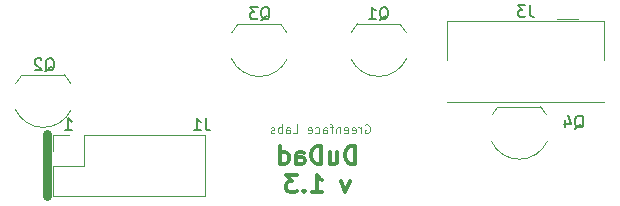
<source format=gbr>
%TF.GenerationSoftware,KiCad,Pcbnew,(6.0.1)*%
%TF.CreationDate,2022-10-21T20:24:01-07:00*%
%TF.ProjectId,DuDad,44754461-642e-46b6-9963-61645f706362,1.3*%
%TF.SameCoordinates,Original*%
%TF.FileFunction,Legend,Bot*%
%TF.FilePolarity,Positive*%
%FSLAX46Y46*%
G04 Gerber Fmt 4.6, Leading zero omitted, Abs format (unit mm)*
G04 Created by KiCad (PCBNEW (6.0.1)) date 2022-10-21 20:24:01*
%MOMM*%
%LPD*%
G01*
G04 APERTURE LIST*
%ADD10C,0.800000*%
%ADD11C,0.120000*%
%ADD12C,0.150000*%
%ADD13C,0.300000*%
G04 APERTURE END LIST*
D10*
X57048400Y-67868800D02*
X57048400Y-73152000D01*
D11*
X83985714Y-67100000D02*
X84057142Y-67064285D01*
X84164285Y-67064285D01*
X84271428Y-67100000D01*
X84342857Y-67171428D01*
X84378571Y-67242857D01*
X84414285Y-67385714D01*
X84414285Y-67492857D01*
X84378571Y-67635714D01*
X84342857Y-67707142D01*
X84271428Y-67778571D01*
X84164285Y-67814285D01*
X84092857Y-67814285D01*
X83985714Y-67778571D01*
X83950000Y-67742857D01*
X83950000Y-67492857D01*
X84092857Y-67492857D01*
X83628571Y-67814285D02*
X83628571Y-67314285D01*
X83628571Y-67457142D02*
X83592857Y-67385714D01*
X83557142Y-67350000D01*
X83485714Y-67314285D01*
X83414285Y-67314285D01*
X82878571Y-67778571D02*
X82950000Y-67814285D01*
X83092857Y-67814285D01*
X83164285Y-67778571D01*
X83200000Y-67707142D01*
X83200000Y-67421428D01*
X83164285Y-67350000D01*
X83092857Y-67314285D01*
X82950000Y-67314285D01*
X82878571Y-67350000D01*
X82842857Y-67421428D01*
X82842857Y-67492857D01*
X83200000Y-67564285D01*
X82235714Y-67778571D02*
X82307142Y-67814285D01*
X82450000Y-67814285D01*
X82521428Y-67778571D01*
X82557142Y-67707142D01*
X82557142Y-67421428D01*
X82521428Y-67350000D01*
X82450000Y-67314285D01*
X82307142Y-67314285D01*
X82235714Y-67350000D01*
X82200000Y-67421428D01*
X82200000Y-67492857D01*
X82557142Y-67564285D01*
X81878571Y-67314285D02*
X81878571Y-67814285D01*
X81878571Y-67385714D02*
X81842857Y-67350000D01*
X81771428Y-67314285D01*
X81664285Y-67314285D01*
X81592857Y-67350000D01*
X81557142Y-67421428D01*
X81557142Y-67814285D01*
X81307142Y-67314285D02*
X81021428Y-67314285D01*
X81200000Y-67814285D02*
X81200000Y-67171428D01*
X81164285Y-67100000D01*
X81092857Y-67064285D01*
X81021428Y-67064285D01*
X80450000Y-67814285D02*
X80450000Y-67421428D01*
X80485714Y-67350000D01*
X80557142Y-67314285D01*
X80700000Y-67314285D01*
X80771428Y-67350000D01*
X80450000Y-67778571D02*
X80521428Y-67814285D01*
X80700000Y-67814285D01*
X80771428Y-67778571D01*
X80807142Y-67707142D01*
X80807142Y-67635714D01*
X80771428Y-67564285D01*
X80700000Y-67528571D01*
X80521428Y-67528571D01*
X80450000Y-67492857D01*
X79771428Y-67778571D02*
X79842857Y-67814285D01*
X79985714Y-67814285D01*
X80057142Y-67778571D01*
X80092857Y-67742857D01*
X80128571Y-67671428D01*
X80128571Y-67457142D01*
X80092857Y-67385714D01*
X80057142Y-67350000D01*
X79985714Y-67314285D01*
X79842857Y-67314285D01*
X79771428Y-67350000D01*
X79164285Y-67778571D02*
X79235714Y-67814285D01*
X79378571Y-67814285D01*
X79450000Y-67778571D01*
X79485714Y-67707142D01*
X79485714Y-67421428D01*
X79450000Y-67350000D01*
X79378571Y-67314285D01*
X79235714Y-67314285D01*
X79164285Y-67350000D01*
X79128571Y-67421428D01*
X79128571Y-67492857D01*
X79485714Y-67564285D01*
X77878571Y-67814285D02*
X78235714Y-67814285D01*
X78235714Y-67064285D01*
X77307142Y-67814285D02*
X77307142Y-67421428D01*
X77342857Y-67350000D01*
X77414285Y-67314285D01*
X77557142Y-67314285D01*
X77628571Y-67350000D01*
X77307142Y-67778571D02*
X77378571Y-67814285D01*
X77557142Y-67814285D01*
X77628571Y-67778571D01*
X77664285Y-67707142D01*
X77664285Y-67635714D01*
X77628571Y-67564285D01*
X77557142Y-67528571D01*
X77378571Y-67528571D01*
X77307142Y-67492857D01*
X76950000Y-67814285D02*
X76950000Y-67064285D01*
X76950000Y-67350000D02*
X76878571Y-67314285D01*
X76735714Y-67314285D01*
X76664285Y-67350000D01*
X76628571Y-67385714D01*
X76592857Y-67457142D01*
X76592857Y-67671428D01*
X76628571Y-67742857D01*
X76664285Y-67778571D01*
X76735714Y-67814285D01*
X76878571Y-67814285D01*
X76950000Y-67778571D01*
X76307142Y-67778571D02*
X76235714Y-67814285D01*
X76092857Y-67814285D01*
X76021428Y-67778571D01*
X75985714Y-67707142D01*
X75985714Y-67671428D01*
X76021428Y-67600000D01*
X76092857Y-67564285D01*
X76200000Y-67564285D01*
X76271428Y-67528571D01*
X76307142Y-67457142D01*
X76307142Y-67421428D01*
X76271428Y-67350000D01*
X76200000Y-67314285D01*
X76092857Y-67314285D01*
X76021428Y-67350000D01*
D12*
X58591485Y-67559180D02*
X59162914Y-67559180D01*
X58877200Y-67559180D02*
X58877200Y-66559180D01*
X58972438Y-66702038D01*
X59067676Y-66797276D01*
X59162914Y-66844895D01*
D13*
X83153571Y-70396071D02*
X83153571Y-68896071D01*
X82796428Y-68896071D01*
X82582142Y-68967500D01*
X82439285Y-69110357D01*
X82367857Y-69253214D01*
X82296428Y-69538928D01*
X82296428Y-69753214D01*
X82367857Y-70038928D01*
X82439285Y-70181785D01*
X82582142Y-70324642D01*
X82796428Y-70396071D01*
X83153571Y-70396071D01*
X81010714Y-69396071D02*
X81010714Y-70396071D01*
X81653571Y-69396071D02*
X81653571Y-70181785D01*
X81582142Y-70324642D01*
X81439285Y-70396071D01*
X81225000Y-70396071D01*
X81082142Y-70324642D01*
X81010714Y-70253214D01*
X80296428Y-70396071D02*
X80296428Y-68896071D01*
X79939285Y-68896071D01*
X79725000Y-68967500D01*
X79582142Y-69110357D01*
X79510714Y-69253214D01*
X79439285Y-69538928D01*
X79439285Y-69753214D01*
X79510714Y-70038928D01*
X79582142Y-70181785D01*
X79725000Y-70324642D01*
X79939285Y-70396071D01*
X80296428Y-70396071D01*
X78153571Y-70396071D02*
X78153571Y-69610357D01*
X78225000Y-69467500D01*
X78367857Y-69396071D01*
X78653571Y-69396071D01*
X78796428Y-69467500D01*
X78153571Y-70324642D02*
X78296428Y-70396071D01*
X78653571Y-70396071D01*
X78796428Y-70324642D01*
X78867857Y-70181785D01*
X78867857Y-70038928D01*
X78796428Y-69896071D01*
X78653571Y-69824642D01*
X78296428Y-69824642D01*
X78153571Y-69753214D01*
X76796428Y-70396071D02*
X76796428Y-68896071D01*
X76796428Y-70324642D02*
X76939285Y-70396071D01*
X77225000Y-70396071D01*
X77367857Y-70324642D01*
X77439285Y-70253214D01*
X77510714Y-70110357D01*
X77510714Y-69681785D01*
X77439285Y-69538928D01*
X77367857Y-69467500D01*
X77225000Y-69396071D01*
X76939285Y-69396071D01*
X76796428Y-69467500D01*
X82689285Y-71811071D02*
X82332142Y-72811071D01*
X81975000Y-71811071D01*
X79475000Y-72811071D02*
X80332142Y-72811071D01*
X79903571Y-72811071D02*
X79903571Y-71311071D01*
X80046428Y-71525357D01*
X80189285Y-71668214D01*
X80332142Y-71739642D01*
X78832142Y-72668214D02*
X78760714Y-72739642D01*
X78832142Y-72811071D01*
X78903571Y-72739642D01*
X78832142Y-72668214D01*
X78832142Y-72811071D01*
X78260714Y-71311071D02*
X77332142Y-71311071D01*
X77832142Y-71882500D01*
X77617857Y-71882500D01*
X77475000Y-71953928D01*
X77403571Y-72025357D01*
X77332142Y-72168214D01*
X77332142Y-72525357D01*
X77403571Y-72668214D01*
X77475000Y-72739642D01*
X77617857Y-72811071D01*
X78046428Y-72811071D01*
X78189285Y-72739642D01*
X78260714Y-72668214D01*
D12*
%TO.C,Q1*%
X85220238Y-58222619D02*
X85315476Y-58175000D01*
X85410714Y-58079761D01*
X85553571Y-57936904D01*
X85648809Y-57889285D01*
X85744047Y-57889285D01*
X85696428Y-58127380D02*
X85791666Y-58079761D01*
X85886904Y-57984523D01*
X85934523Y-57794047D01*
X85934523Y-57460714D01*
X85886904Y-57270238D01*
X85791666Y-57175000D01*
X85696428Y-57127380D01*
X85505952Y-57127380D01*
X85410714Y-57175000D01*
X85315476Y-57270238D01*
X85267857Y-57460714D01*
X85267857Y-57794047D01*
X85315476Y-57984523D01*
X85410714Y-58079761D01*
X85505952Y-58127380D01*
X85696428Y-58127380D01*
X84315476Y-58127380D02*
X84886904Y-58127380D01*
X84601190Y-58127380D02*
X84601190Y-57127380D01*
X84696428Y-57270238D01*
X84791666Y-57365476D01*
X84886904Y-57413095D01*
%TO.C,Q2*%
X56920238Y-62572619D02*
X57015476Y-62525000D01*
X57110714Y-62429761D01*
X57253571Y-62286904D01*
X57348809Y-62239285D01*
X57444047Y-62239285D01*
X57396428Y-62477380D02*
X57491666Y-62429761D01*
X57586904Y-62334523D01*
X57634523Y-62144047D01*
X57634523Y-61810714D01*
X57586904Y-61620238D01*
X57491666Y-61525000D01*
X57396428Y-61477380D01*
X57205952Y-61477380D01*
X57110714Y-61525000D01*
X57015476Y-61620238D01*
X56967857Y-61810714D01*
X56967857Y-62144047D01*
X57015476Y-62334523D01*
X57110714Y-62429761D01*
X57205952Y-62477380D01*
X57396428Y-62477380D01*
X56586904Y-61572619D02*
X56539285Y-61525000D01*
X56444047Y-61477380D01*
X56205952Y-61477380D01*
X56110714Y-61525000D01*
X56063095Y-61572619D01*
X56015476Y-61667857D01*
X56015476Y-61763095D01*
X56063095Y-61905952D01*
X56634523Y-62477380D01*
X56015476Y-62477380D01*
%TO.C,Q3*%
X75170238Y-58247619D02*
X75265476Y-58200000D01*
X75360714Y-58104761D01*
X75503571Y-57961904D01*
X75598809Y-57914285D01*
X75694047Y-57914285D01*
X75646428Y-58152380D02*
X75741666Y-58104761D01*
X75836904Y-58009523D01*
X75884523Y-57819047D01*
X75884523Y-57485714D01*
X75836904Y-57295238D01*
X75741666Y-57200000D01*
X75646428Y-57152380D01*
X75455952Y-57152380D01*
X75360714Y-57200000D01*
X75265476Y-57295238D01*
X75217857Y-57485714D01*
X75217857Y-57819047D01*
X75265476Y-58009523D01*
X75360714Y-58104761D01*
X75455952Y-58152380D01*
X75646428Y-58152380D01*
X74884523Y-57152380D02*
X74265476Y-57152380D01*
X74598809Y-57533333D01*
X74455952Y-57533333D01*
X74360714Y-57580952D01*
X74313095Y-57628571D01*
X74265476Y-57723809D01*
X74265476Y-57961904D01*
X74313095Y-58057142D01*
X74360714Y-58104761D01*
X74455952Y-58152380D01*
X74741666Y-58152380D01*
X74836904Y-58104761D01*
X74884523Y-58057142D01*
%TO.C,Q4*%
X101745238Y-67417619D02*
X101840476Y-67370000D01*
X101935714Y-67274761D01*
X102078571Y-67131904D01*
X102173809Y-67084285D01*
X102269047Y-67084285D01*
X102221428Y-67322380D02*
X102316666Y-67274761D01*
X102411904Y-67179523D01*
X102459523Y-66989047D01*
X102459523Y-66655714D01*
X102411904Y-66465238D01*
X102316666Y-66370000D01*
X102221428Y-66322380D01*
X102030952Y-66322380D01*
X101935714Y-66370000D01*
X101840476Y-66465238D01*
X101792857Y-66655714D01*
X101792857Y-66989047D01*
X101840476Y-67179523D01*
X101935714Y-67274761D01*
X102030952Y-67322380D01*
X102221428Y-67322380D01*
X100935714Y-66655714D02*
X100935714Y-67322380D01*
X101173809Y-66274761D02*
X101411904Y-66989047D01*
X100792857Y-66989047D01*
%TO.C,J3*%
X97933333Y-56962380D02*
X97933333Y-57676666D01*
X97980952Y-57819523D01*
X98076190Y-57914761D01*
X98219047Y-57962380D01*
X98314285Y-57962380D01*
X97552380Y-56962380D02*
X96933333Y-56962380D01*
X97266666Y-57343333D01*
X97123809Y-57343333D01*
X97028571Y-57390952D01*
X96980952Y-57438571D01*
X96933333Y-57533809D01*
X96933333Y-57771904D01*
X96980952Y-57867142D01*
X97028571Y-57914761D01*
X97123809Y-57962380D01*
X97409523Y-57962380D01*
X97504761Y-57914761D01*
X97552380Y-57867142D01*
%TO.C,J1*%
X70488133Y-66559180D02*
X70488133Y-67273466D01*
X70535752Y-67416323D01*
X70630990Y-67511561D01*
X70773847Y-67559180D01*
X70869085Y-67559180D01*
X69488133Y-67559180D02*
X70059561Y-67559180D01*
X69773847Y-67559180D02*
X69773847Y-66559180D01*
X69869085Y-66702038D01*
X69964323Y-66797276D01*
X70059561Y-66844895D01*
D11*
%TO.C,Q1*%
X83340000Y-58550000D02*
X86940000Y-58550000D01*
X82783600Y-61498807D02*
G75*
G03*
X85140000Y-63000000I2356402J1098809D01*
G01*
X87464184Y-59277205D02*
G75*
G03*
X86940000Y-58550000I-2324175J-1122789D01*
G01*
X83340000Y-58550000D02*
G75*
G03*
X82815816Y-59277205I1799991J-1849994D01*
G01*
X85140000Y-63000000D02*
G75*
G03*
X87496400Y-61498807I1J2599997D01*
G01*
%TO.C,Q2*%
X54946800Y-62865000D02*
X58546800Y-62865000D01*
X54390400Y-65813807D02*
G75*
G03*
X56746800Y-67315000I2356402J1098809D01*
G01*
X54946800Y-62865000D02*
G75*
G03*
X54422616Y-63592205I1799991J-1849994D01*
G01*
X56746800Y-67315000D02*
G75*
G03*
X59103200Y-65813807I1J2599997D01*
G01*
X59070984Y-63592205D02*
G75*
G03*
X58546800Y-62865000I-2324175J-1122789D01*
G01*
%TO.C,Q3*%
X73240000Y-58560000D02*
X76840000Y-58560000D01*
X75040000Y-63010000D02*
G75*
G03*
X77396400Y-61508807I1J2599997D01*
G01*
X72683600Y-61508807D02*
G75*
G03*
X75040000Y-63010000I2356402J1098809D01*
G01*
X73240000Y-58560000D02*
G75*
G03*
X72715816Y-59287205I1799991J-1849994D01*
G01*
X77364184Y-59287205D02*
G75*
G03*
X76840000Y-58560000I-2324175J-1122789D01*
G01*
%TO.C,Q4*%
X99374184Y-66287205D02*
G75*
G03*
X98850000Y-65560000I-2324175J-1122789D01*
G01*
X95250000Y-65560000D02*
G75*
G03*
X94725816Y-66287205I1799991J-1849994D01*
G01*
X94693600Y-68508807D02*
G75*
G03*
X97050000Y-70010000I2356402J1098809D01*
G01*
X97050000Y-70010000D02*
G75*
G03*
X99406400Y-68508807I1J2599997D01*
G01*
X95250000Y-65560000D02*
X98850000Y-65560000D01*
%TO.C,J3*%
X104220000Y-65200000D02*
X90900000Y-65200000D01*
X104260000Y-58320000D02*
X104260000Y-61650000D01*
X90940000Y-58320000D02*
X90940000Y-61650000D01*
X104260000Y-58320000D02*
X90940000Y-58320000D01*
X102000000Y-58100000D02*
X100200000Y-58100000D01*
%TO.C,J1*%
X57598000Y-67961200D02*
X57598000Y-69291200D01*
X60198000Y-67961200D02*
X60198000Y-70561200D01*
X57598000Y-70561200D02*
X57598000Y-73161200D01*
X70418000Y-67961200D02*
X70418000Y-73161200D01*
X57598000Y-73161200D02*
X70418000Y-73161200D01*
X60198000Y-67961200D02*
X70418000Y-67961200D01*
X58928000Y-67961200D02*
X57598000Y-67961200D01*
X60198000Y-70561200D02*
X57598000Y-70561200D01*
%TD*%
M02*

</source>
